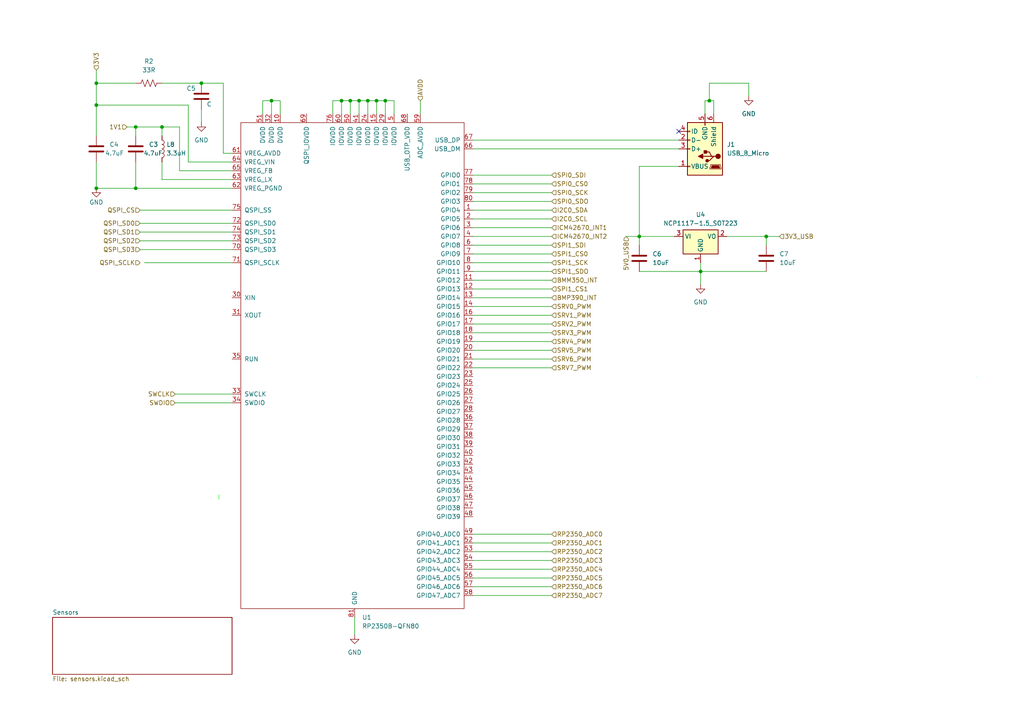
<source format=kicad_sch>
(kicad_sch (version 20250114) (generator "eeschema") (generator_version "9.0")
  (paper "A4")
  (title_block (company "Robert Fudge"))
  (lib_symbols
    (symbol "Connector:USB_B_Micro" (pin_names (offset 1.016))
      (property "Reference" "J" (at -5.08 11.43 0))
      (property "Value" "USB_B_Micro" (at -5.08 8.89 0))
      (symbol "USB_B_Micro_0_1"
        (rectangle (start -5.08 -7.62) (end 5.08 7.62) (stroke (width 0.254)) (fill (type background)))
        (polyline (pts (xy -4.699 5.842) (xy -4.699 5.588) (xy -4.445 4.826) (xy -4.445 4.572) (xy -1.651 4.572) (xy -1.651 4.826) (xy -1.397 5.588) (xy -1.397 5.842) (xy -4.699 5.842)))
        (polyline (pts (xy -4.318 5.588) (xy -1.778 5.588) (xy -2.032 4.826) (xy -4.064 4.826) (xy -4.318 5.588)) (fill (type outline)))
        (circle (center -3.81 2.159) (radius 0.635) (stroke (width 0.254)) (fill (type outline)))
        (polyline (pts (xy -3.175 2.159) (xy -2.54 2.159) (xy -1.27 3.429) (xy -0.635 3.429)) (stroke (width 0.254)))
        (polyline (pts (xy -2.54 2.159) (xy -1.905 2.159) (xy -1.27 0.889) (xy 0 0.889)) (stroke (width 0.254)))
        (polyline (pts (xy -1.905 2.159) (xy 0.635 2.159)) (stroke (width 0.254)))
        (circle (center -0.635 3.429) (radius 0.381) (stroke (width 0.254)) (fill (type outline)))
        (rectangle (start -0.127 -7.62) (end 0.127 -6.858))
        (rectangle (start 0.254 1.27) (end -0.508 0.508) (stroke (width 0.254)) (fill (type outline)))
        (polyline (pts (xy 0.635 2.794) (xy 0.635 1.524) (xy 1.905 2.159) (xy 0.635 2.794)) (stroke (width 0.254)) (fill (type outline)))
        (rectangle (start 5.08 4.953) (end 4.318 5.207))
        (rectangle (start 5.08 -0.127) (end 4.318 0.127))
        (rectangle (start 5.08 -2.667) (end 4.318 -2.413))
        (rectangle (start 5.08 -5.207) (end 4.318 -4.953))
      )
      (symbol "USB_B_Micro_1_1"
        (pin passive line (at -2.54 -10.16 90) (length 2.54) (name "Shield") (number "6"))
        (pin power_out line (at 0 -10.16 90) (length 2.54) (name "GND") (number "5"))
        (pin power_out line (at 7.62 5.08 180) (length 2.54) (name "VBUS") (number "1"))
        (pin bidirectional line (at 7.62 0 180) (length 2.54) (name "D+") (number "3"))
        (pin bidirectional line (at 7.62 -2.54 180) (length 2.54) (name "D-") (number "2"))
        (pin passive line (at 7.62 -5.08 180) (length 2.54) (name "ID") (number "4"))
      )
    )
    (symbol "Device:C" (pin_numbers (hide yes)) (pin_names (offset 0.254))
      (property "Reference" "C" (at 0.635 2.54 0))
      (property "Value" "C" (at 0.635 -2.54 0))
      (symbol "C_0_1"
        (polyline (pts (xy -2.032 0.762) (xy 2.032 0.762)) (stroke (width 0.508)))
        (polyline (pts (xy -2.032 -0.762) (xy 2.032 -0.762)) (stroke (width 0.508)))
      )
      (symbol "C_1_1"
        (pin passive line (at 0 3.81 270) (length 2.794) (name "~") (number "1"))
        (pin passive line (at 0 -3.81 90) (length 2.794) (name "~") (number "2"))
      )
    )
    (symbol "Device:L" (pin_numbers (hide yes)) (pin_names (offset 1.016) (hide yes))
      (property "Reference" "L" (at -1.27 0 90))
      (property "Value" "L" (at 1.905 0 90))
      (symbol "L_0_1"
        (arc (start 0 2.54) (mid 0.6323 1.905) (end 0 1.27))
        (arc (start 0 1.27) (mid 0.6323 0.635) (end 0 0))
        (arc (start 0 0) (mid 0.6323 -0.635) (end 0 -1.27))
        (arc (start 0 -1.27) (mid 0.6323 -1.905) (end 0 -2.54))
      )
      (symbol "L_1_1"
        (pin passive line (at 0 3.81 270) (length 1.27) (name "1") (number "1"))
        (pin passive line (at 0 -3.81 90) (length 1.27) (name "2") (number "2"))
      )
    )
    (symbol "Device:R_US" (pin_numbers (hide yes)) (pin_names (offset 0))
      (property "Reference" "R" (at 2.54 0 90))
      (property "Value" "R_US" (at -2.54 0 90))
      (symbol "R_US_0_1"
        (polyline (pts (xy 0 2.286) (xy 0 2.54)))
        (polyline (pts (xy 0 2.286) (xy 1.016 1.905) (xy 0 1.524) (xy -1.016 1.143) (xy 0 0.762)))
        (polyline (pts (xy 0 0.762) (xy 1.016 0.381) (xy 0 0) (xy -1.016 -0.381) (xy 0 -0.762)))
        (polyline (pts (xy 0 -0.762) (xy 1.016 -1.143) (xy 0 -1.524) (xy -1.016 -1.905) (xy 0 -2.286)))
        (polyline (pts (xy 0 -2.286) (xy 0 -2.54)))
      )
      (symbol "R_US_1_1"
        (pin passive line (at 0 3.81 270) (length 1.27) (name "~") (number "1"))
        (pin passive line (at 0 -3.81 90) (length 1.27) (name "~") (number "2"))
      )
    )
    (symbol "Regulator_Linear:NCP1117-1.5_SOT223"
      (property "Reference" "U" (at -3.81 3.175 0))
      (property "Value" "NCP1117-1.5_SOT223" (at 0 3.175 0))
      (symbol "NCP1117-1.5_SOT223_0_1"
        (rectangle (start -5.08 -5.08) (end 5.08 1.905) (stroke (width 0.254)) (fill (type background)))
      )
      (symbol "NCP1117-1.5_SOT223_1_1"
        (pin power_in line (at -7.62 0 0) (length 2.54) (name "VI") (number "3"))
        (pin power_in line (at 0 -7.62 90) (length 2.54) (name "GND") (number "1"))
        (pin power_out line (at 7.62 0 180) (length 2.54) (name "VO") (number "2"))
      )
    )
    (symbol "power:GND" (power) (pin_numbers (hide yes)) (pin_names (offset 0) (hide yes))
      (property "Value" "GND" (at 0 -3.81 0))
      (symbol "GND_0_1"
        (polyline (pts (xy 0 0) (xy 0 -1.27) (xy 1.27 -1.27) (xy 0 -2.54) (xy -1.27 -1.27) (xy 0 -1.27)))
      )
      (symbol "GND_1_1"
        (pin power_in line (at 0 0 270) (length 0) (name "~") (number "1"))
      )
    )
    (symbol "rp2350b-qfn80:RP2350B-QFN80" (pin_names (offset 1.016))
      (property "Reference" "U" (at 0 -1.27 0))
      (property "Value" "RP2350B-QFN80" (at 0 1.27 0))
      (symbol "RP2350B-QFN80_0_1"
        (rectangle (start 31.75 66.04) (end -33.02 -74.93))
      )
      (symbol "RP2350B-QFN80_1_0"
        (pin passive line (at 0 -77.47 90) (length 2.54) (name "GND") (number "81"))
      )
      (symbol "RP2350B-QFN80_1_1"
        (pin power_in line (at -35.56 57.15 0) (length 2.54) (name "VREG_AVDD") (number "61"))
        (pin power_in line (at -35.56 54.61 0) (length 2.54) (name "VREG_VIN") (number "64"))
        (pin power_in line (at -35.56 52.07 0) (length 2.54) (name "VREG_FB") (number "65"))
        (pin power_out line (at -35.56 49.53 0) (length 2.54) (name "VREG_LX") (number "63"))
        (pin passive line (at -35.56 46.99 0) (length 2.54) (name "VREG_PGND") (number "62"))
        (pin bidirectional line (at -35.56 40.64 0) (length 2.54) (name "QSPI_SS") (number "75"))
        (pin bidirectional line (at -35.56 36.83 0) (length 2.54) (name "QSPI_SD0") (number "72"))
        (pin bidirectional line (at -35.56 34.29 0) (length 2.54) (name "QSPI_SD1") (number "74"))
        (pin bidirectional line (at -35.56 31.75 0) (length 2.54) (name "QSPI_SD2") (number "73"))
        (pin bidirectional line (at -35.56 29.21 0) (length 2.54) (name "QSPI_SD3") (number "70"))
        (pin bidirectional line (at -35.56 25.4 0) (length 2.54) (name "QSPI_SCLK") (number "71"))
        (pin input line (at -35.56 15.24 0) (length 2.54) (name "XIN") (number "30"))
        (pin output line (at -35.56 10.16 0) (length 2.54) (name "XOUT") (number "31"))
        (pin input line (at -35.56 -2.54 0) (length 2.54) (name "RUN") (number "35"))
        (pin bidirectional line (at -35.56 -12.7 0) (length 2.54) (name "SWCLK") (number "33"))
        (pin bidirectional line (at -35.56 -15.24 0) (length 2.54) (name "SWDIO") (number "34"))
        (pin power_in line (at -26.67 68.58 270) (length 2.54) (name "DVDD") (number "51"))
        (pin power_in line (at -24.13 68.58 270) (length 2.54) (name "DVDD") (number "32"))
        (pin power_in line (at -21.59 68.58 270) (length 2.54) (name "DVDD") (number "10"))
        (pin bidirectional line (at -13.97 68.58 270) (length 2.54) (name "QSPI_IOVDD") (number "69"))
        (pin power_in line (at -6.35 68.58 270) (length 2.54) (name "IOVDD") (number "76"))
        (pin power_in line (at -3.81 68.58 270) (length 2.54) (name "IOVDD") (number "60"))
        (pin power_in line (at -1.27 68.58 270) (length 2.54) (name "IOVDD") (number "50"))
        (pin power_in line (at 1.27 68.58 270) (length 2.54) (name "IOVDD") (number "41"))
        (pin power_in line (at 3.81 68.58 270) (length 2.54) (name "IOVDD") (number "24"))
        (pin power_in line (at 6.35 68.58 270) (length 2.54) (name "IOVDD") (number "15"))
        (pin power_in line (at 8.89 68.58 270) (length 2.54) (name "IOVDD") (number "29"))
        (pin power_in line (at 11.43 68.58 270) (length 2.54) (name "IOVDD") (number "5"))
        (pin power_in line (at 15.24 68.58 270) (length 2.54) (name "USB_OTP_VDD") (number "68"))
        (pin power_in line (at 19.05 68.58 270) (length 2.54) (name "ADC_AVDD") (number "59"))
        (pin bidirectional line (at 34.29 60.96 180) (length 2.54) (name "USB_DP") (number "67"))
        (pin bidirectional line (at 34.29 58.42 180) (length 2.54) (name "USB_DM") (number "66"))
        (pin bidirectional line (at 34.29 50.8 180) (length 2.54) (name "GPIO0") (number "77"))
        (pin bidirectional line (at 34.29 48.26 180) (length 2.54) (name "GPIO1") (number "78"))
        (pin bidirectional line (at 34.29 45.72 180) (length 2.54) (name "GPIO2") (number "79"))
        (pin bidirectional line (at 34.29 43.18 180) (length 2.54) (name "GPIO3") (number "80"))
        (pin bidirectional line (at 34.29 40.64 180) (length 2.54) (name "GPIO4") (number "1"))
        (pin bidirectional line (at 34.29 38.1 180) (length 2.54) (name "GPIO5") (number "2"))
        (pin bidirectional line (at 34.29 35.56 180) (length 2.54) (name "GPIO6") (number "3"))
        (pin bidirectional line (at 34.29 33.02 180) (length 2.54) (name "GPIO7") (number "4"))
        (pin bidirectional line (at 34.29 30.48 180) (length 2.54) (name "GPIO8") (number "6"))
        (pin bidirectional line (at 34.29 27.94 180) (length 2.54) (name "GPIO9") (number "7"))
        (pin bidirectional line (at 34.29 25.4 180) (length 2.54) (name "GPIO10") (number "8"))
        (pin bidirectional line (at 34.29 22.86 180) (length 2.54) (name "GPIO11") (number "9"))
        (pin bidirectional line (at 34.29 20.32 180) (length 2.54) (name "GPIO12") (number "11"))
        (pin bidirectional line (at 34.29 17.78 180) (length 2.54) (name "GPIO13") (number "12"))
        (pin bidirectional line (at 34.29 15.24 180) (length 2.54) (name "GPIO14") (number "13"))
        (pin bidirectional line (at 34.29 12.7 180) (length 2.54) (name "GPIO15") (number "14"))
        (pin bidirectional line (at 34.29 10.16 180) (length 2.54) (name "GPIO16") (number "16"))
        (pin bidirectional line (at 34.29 7.62 180) (length 2.54) (name "GPIO17") (number "17"))
        (pin bidirectional line (at 34.29 5.08 180) (length 2.54) (name "GPIO18") (number "18"))
        (pin bidirectional line (at 34.29 2.54 180) (length 2.54) (name "GPIO19") (number "19"))
        (pin bidirectional line (at 34.29 0 180) (length 2.54) (name "GPIO20") (number "20"))
        (pin bidirectional line (at 34.29 -2.54 180) (length 2.54) (name "GPIO21") (number "21"))
        (pin bidirectional line (at 34.29 -5.08 180) (length 2.54) (name "GPIO22") (number "22"))
        (pin bidirectional line (at 34.29 -7.62 180) (length 2.54) (name "GPIO23") (number "23"))
        (pin bidirectional line (at 34.29 -10.16 180) (length 2.54) (name "GPIO24") (number "25"))
        (pin bidirectional line (at 34.29 -12.7 180) (length 2.54) (name "GPIO25") (number "26"))
        (pin bidirectional line (at 34.29 -15.24 180) (length 2.54) (name "GPIO26") (number "27"))
        (pin bidirectional line (at 34.29 -17.78 180) (length 2.54) (name "GPIO27") (number "28"))
        (pin bidirectional line (at 34.29 -20.32 180) (length 2.54) (name "GPIO28") (number "36"))
        (pin bidirectional line (at 34.29 -22.86 180) (length 2.54) (name "GPIO29") (number "37"))
        (pin bidirectional line (at 34.29 -25.4 180) (length 2.54) (name "GPIO30") (number "38"))
        (pin bidirectional line (at 34.29 -27.94 180) (length 2.54) (name "GPIO31") (number "39"))
        (pin bidirectional line (at 34.29 -30.48 180) (length 2.54) (name "GPIO32") (number "40"))
        (pin bidirectional line (at 34.29 -33.02 180) (length 2.54) (name "GPIO33") (number "42"))
        (pin bidirectional line (at 34.29 -35.56 180) (length 2.54) (name "GPIO34") (number "43"))
        (pin bidirectional line (at 34.29 -38.1 180) (length 2.54) (name "GPIO35") (number "44"))
        (pin bidirectional line (at 34.29 -40.64 180) (length 2.54) (name "GPIO36") (number "45"))
        (pin bidirectional line (at 34.29 -43.18 180) (length 2.54) (name "GPIO37") (number "46"))
        (pin bidirectional line (at 34.29 -45.72 180) (length 2.54) (name "GPIO38") (number "47"))
        (pin bidirectional line (at 34.29 -48.26 180) (length 2.54) (name "GPIO39") (number "48"))
        (pin bidirectional line (at 34.29 -53.34 180) (length 2.54) (name "GPIO40_ADC0") (number "49"))
        (pin bidirectional line (at 34.29 -55.88 180) (length 2.54) (name "GPIO41_ADC1") (number "52"))
        (pin bidirectional line (at 34.29 -58.42 180) (length 2.54) (name "GPIO42_ADC2") (number "53"))
        (pin bidirectional line (at 34.29 -60.96 180) (length 2.54) (name "GPIO43_ADC3") (number "54"))
        (pin bidirectional line (at 34.29 -63.5 180) (length 2.54) (name "GPIO44_ADC4") (number "55"))
        (pin bidirectional line (at 34.29 -66.04 180) (length 2.54) (name "GPIO45_ADC5") (number "56"))
        (pin bidirectional line (at 34.29 -68.58 180) (length 2.54) (name "GPIO46_ADC6") (number "57"))
        (pin bidirectional line (at 34.29 -71.12 180) (length 2.54) (name "GPIO47_ADC7") (number "58"))
      )
    )
  )
  (junction (at 111.76 29.21))
  (junction (at 27.94 30.48))
  (junction (at 39.37 54.61))
  (junction (at 185.42 68.58))
  (junction (at 104.14 29.21))
  (junction (at 39.37 36.83))
  (junction (at 27.94 54.61))
  (junction (at 101.6 29.21))
  (junction (at 106.68 29.21))
  (junction (at 205.74 29.21))
  (junction (at 58.42 24.13))
  (junction (at 78.74 29.21))
  (junction (at 27.94 24.13))
  (junction (at 222.25 68.58))
  (junction (at 46.99 36.83))
  (junction (at 109.22 29.21))
  (junction (at 99.06 29.21))
  (junction (at 203.2 78.74))
  (no_connect (at 196.85 38.1))
  (wire (pts (xy 101.6 29.21) (xy 104.14 29.21)))
  (wire (pts (xy 109.22 29.21) (xy 109.22 33.02)))
  (wire (pts (xy 64.77 24.13) (xy 64.77 44.45)))
  (wire (pts (xy 39.37 36.83) (xy 39.37 39.37)))
  (wire (pts (xy 102.87 179.07) (xy 102.87 184.15)))
  (wire (pts (xy 204.47 29.21) (xy 205.74 29.21)))
  (wire (pts (xy 185.42 78.74) (xy 203.2 78.74)))
  (wire (pts (xy 137.16 170.18) (xy 160.02 170.18)))
  (wire (pts (xy 137.16 167.64) (xy 160.02 167.64)))
  (wire (pts (xy 40.64 69.85) (xy 67.31 69.85)))
  (wire (pts (xy 76.2 33.02) (xy 76.2 29.21)))
  (wire (pts (xy 50.8 114.3) (xy 67.31 114.3)))
  (wire (pts (xy 54.61 46.99) (xy 54.61 30.48)))
  (wire (pts (xy 137.16 172.72) (xy 160.02 172.72)))
  (wire (pts (xy 137.16 106.68) (xy 160.02 106.68)))
  (wire (pts (xy 58.42 24.13) (xy 64.77 24.13)))
  (wire (pts (xy 137.16 101.6) (xy 160.02 101.6)))
  (wire (pts (xy 109.22 29.21) (xy 111.76 29.21)))
  (wire (pts (xy 67.31 49.53) (xy 52.07 49.53)))
  (wire (pts (xy 137.16 88.9) (xy 160.02 88.9)))
  (wire (pts (xy 204.47 29.21) (xy 204.47 33.02)))
  (wire (pts (xy 185.42 71.12) (xy 185.42 68.58)))
  (wire (pts (xy 222.25 68.58) (xy 222.25 71.12)))
  (wire (pts (xy 137.16 53.34) (xy 160.02 53.34)))
  (wire (pts (xy 46.99 52.07) (xy 46.99 46.99)))
  (wire (pts (xy 137.16 71.12) (xy 160.02 71.12)))
  (wire (pts (xy 41.91 76.2) (xy 67.31 76.2)))
  (wire (pts (xy 137.16 104.14) (xy 160.02 104.14)))
  (polyline (pts (xy 283.21 109.22) (xy 283.21 109.22)) (stroke (width 0) (type dash_dot_dot) (color 0 255 0 1)))
  (wire (pts (xy 99.06 29.21) (xy 101.6 29.21)))
  (wire (pts (xy 104.14 29.21) (xy 104.14 33.02)))
  (wire (pts (xy 76.2 29.21) (xy 78.74 29.21)))
  (wire (pts (xy 78.74 29.21) (xy 78.74 33.02)))
  (wire (pts (xy 137.16 40.64) (xy 196.85 40.64)))
  (wire (pts (xy 185.42 68.58) (xy 185.42 48.26)))
  (wire (pts (xy 27.94 24.13) (xy 27.94 30.48)))
  (wire (pts (xy 205.74 29.21) (xy 207.01 29.21)))
  (wire (pts (xy 46.99 36.83) (xy 39.37 36.83)))
  (wire (pts (xy 96.52 29.21) (xy 99.06 29.21)))
  (wire (pts (xy 101.6 29.21) (xy 101.6 33.02)))
  (wire (pts (xy 137.16 55.88) (xy 160.02 55.88)))
  (wire (pts (xy 121.92 29.21) (xy 121.92 33.02)))
  (wire (pts (xy 111.76 29.21) (xy 111.76 33.02)))
  (wire (pts (xy 27.94 46.99) (xy 27.94 54.61)))
  (wire (pts (xy 106.68 29.21) (xy 106.68 33.02)))
  (wire (pts (xy 205.74 24.13) (xy 217.17 24.13)))
  (wire (pts (xy 205.74 29.21) (xy 205.74 24.13)))
  (wire (pts (xy 36.83 36.83) (xy 39.37 36.83)))
  (wire (pts (xy 137.16 73.66) (xy 160.02 73.66)))
  (wire (pts (xy 99.06 29.21) (xy 99.06 33.02)))
  (wire (pts (xy 137.16 68.58) (xy 160.02 68.58)))
  (wire (pts (xy 81.28 33.02) (xy 81.28 29.21)))
  (wire (pts (xy 67.31 54.61) (xy 39.37 54.61)))
  (wire (pts (xy 52.07 36.83) (xy 52.07 49.53)))
  (wire (pts (xy 137.16 154.94) (xy 160.02 154.94)))
  (wire (pts (xy 207.01 29.21) (xy 207.01 33.02)))
  (wire (pts (xy 27.94 24.13) (xy 39.37 24.13)))
  (wire (pts (xy 40.64 64.77) (xy 67.31 64.77)))
  (wire (pts (xy 137.16 160.02) (xy 160.02 160.02)))
  (wire (pts (xy 137.16 162.56) (xy 160.02 162.56)))
  (wire (pts (xy 46.99 36.83) (xy 52.07 36.83)))
  (wire (pts (xy 114.3 29.21) (xy 114.3 33.02)))
  (wire (pts (xy 137.16 99.06) (xy 160.02 99.06)))
  (wire (pts (xy 203.2 78.74) (xy 203.2 82.55)))
  (wire (pts (xy 137.16 63.5) (xy 160.02 63.5)))
  (wire (pts (xy 137.16 83.82) (xy 160.02 83.82)))
  (wire (pts (xy 27.94 54.61) (xy 39.37 54.61)))
  (wire (pts (xy 27.94 30.48) (xy 54.61 30.48)))
  (wire (pts (xy 181.61 68.58) (xy 185.42 68.58)))
  (wire (pts (xy 106.68 29.21) (xy 109.22 29.21)))
  (wire (pts (xy 40.64 72.39) (xy 67.31 72.39)))
  (wire (pts (xy 67.31 46.99) (xy 54.61 46.99)))
  (wire (pts (xy 137.16 157.48) (xy 160.02 157.48)))
  (wire (pts (xy 203.2 78.74) (xy 222.25 78.74)))
  (wire (pts (xy 222.25 68.58) (xy 226.06 68.58)))
  (wire (pts (xy 137.16 165.1) (xy 160.02 165.1)))
  (wire (pts (xy 137.16 93.98) (xy 160.02 93.98)))
  (wire (pts (xy 40.64 60.96) (xy 67.31 60.96)))
  (wire (pts (xy 137.16 50.8) (xy 160.02 50.8)))
  (wire (pts (xy 46.99 24.13) (xy 58.42 24.13)))
  (wire (pts (xy 137.16 86.36) (xy 160.02 86.36)))
  (wire (pts (xy 39.37 46.99) (xy 39.37 54.61)))
  (wire (pts (xy 40.64 67.31) (xy 67.31 67.31)))
  (wire (pts (xy 137.16 76.2) (xy 160.02 76.2)))
  (wire (pts (xy 50.8 116.84) (xy 67.31 116.84)))
  (wire (pts (xy 137.16 66.04) (xy 160.02 66.04)))
  (wire (pts (xy 137.16 43.18) (xy 196.85 43.18)))
  (wire (pts (xy 185.42 68.58) (xy 195.58 68.58)))
  (wire (pts (xy 137.16 78.74) (xy 160.02 78.74)))
  (wire (pts (xy 203.2 76.2) (xy 203.2 78.74)))
  (wire (pts (xy 137.16 96.52) (xy 160.02 96.52)))
  (wire (pts (xy 27.94 20.32) (xy 27.94 24.13)))
  (wire (pts (xy 58.42 31.75) (xy 58.42 35.56)))
  (wire (pts (xy 137.16 60.96) (xy 160.02 60.96)))
  (wire (pts (xy 27.94 30.48) (xy 27.94 39.37)))
  (wire (pts (xy 111.76 29.21) (xy 114.3 29.21)))
  (wire (pts (xy 185.42 48.26) (xy 196.85 48.26)))
  (wire (pts (xy 137.16 81.28) (xy 160.02 81.28)))
  (wire (pts (xy 64.77 44.45) (xy 67.31 44.45)))
  (wire (pts (xy 217.17 24.13) (xy 217.17 27.94)))
  (wire (pts (xy 137.16 58.42) (xy 160.02 58.42)))
  (wire (pts (xy 81.28 29.21) (xy 78.74 29.21)))
  (wire (pts (xy 96.52 33.02) (xy 96.52 29.21)))
  (polyline (pts (xy 63.5 143.51) (xy 63.5 144.78)) (stroke (width 0) (type dash_dot_dot) (color 0 255 0 1)))
  (wire (pts (xy 210.82 68.58) (xy 222.25 68.58)))
  (wire (pts (xy 137.16 91.44) (xy 160.02 91.44)))
  (wire (pts (xy 46.99 39.37) (xy 46.99 36.83)))
  (wire (pts (xy 67.31 52.07) (xy 46.99 52.07)))
  (wire (pts (xy 104.14 29.21) (xy 106.68 29.21)))
  (hierarchical_label "RP2350_ADC3" (shape input) (at 160.02 162.56 0))
  (hierarchical_label "SPI0_SCK" (shape input) (at 160.02 55.88 0))
  (hierarchical_label "SPI1_SDO" (shape input) (at 160.02 78.74 0))
  (hierarchical_label "SPI1_CS1" (shape input) (at 160.02 83.82 0))
  (hierarchical_label "RP2350_ADC1" (shape input) (at 160.02 157.48 0))
  (hierarchical_label "SWCLK" (shape input) (at 50.8 114.3 180))
  (hierarchical_label "BMM350_INT" (shape input) (at 160.02 81.28 0))
  (hierarchical_label "SRV0_PWM" (shape input) (at 160.02 88.9 0))
  (hierarchical_label "SPI1_SDI" (shape input) (at 160.02 71.12 0))
  (hierarchical_label "SRV7_PWM" (shape input) (at 160.02 106.68 0))
  (hierarchical_label "QSPI_CS" (shape input) (at 40.64 60.96 180))
  (hierarchical_label "AVDD" (shape input) (at 121.92 29.21 90))
  (hierarchical_label "SPI1_SCK" (shape input) (at 160.02 76.2 0))
  (hierarchical_label "QSPI_SD2" (shape input) (at 40.64 69.85 180))
  (hierarchical_label "BMP390_INT" (shape input) (at 160.02 86.36 0))
  (hierarchical_label "RP2350_ADC2" (shape input) (at 160.02 160.02 0))
  (hierarchical_label "QSPI_SD1" (shape input) (at 40.64 67.31 180))
  (hierarchical_label "SRV5_PWM" (shape input) (at 160.02 101.6 0))
  (hierarchical_label "5V0_USB" (shape input) (at 181.61 68.58 270))
  (hierarchical_label "SRV2_PWM" (shape input) (at 160.02 93.98 0))
  (hierarchical_label "SRV4_PWM" (shape input) (at 160.02 99.06 0))
  (hierarchical_label "SPI0_SDO" (shape input) (at 160.02 58.42 0))
  (hierarchical_label "3V3" (shape input) (at 27.94 20.32 90))
  (hierarchical_label "ICM42670_INT1" (shape input) (at 160.02 66.04 0))
  (hierarchical_label "QSPI_SD0" (shape input) (at 40.64 64.77 180))
  (hierarchical_label "RP2350_ADC4" (shape input) (at 160.02 165.1 0))
  (hierarchical_label "RP2350_ADC5" (shape input) (at 160.02 167.64 0))
  (hierarchical_label "SWDIO" (shape input) (at 50.8 116.84 180))
  (hierarchical_label "SPI1_CS0" (shape input) (at 160.02 73.66 0))
  (hierarchical_label "1V1" (shape input) (at 36.83 36.83 180))
  (hierarchical_label "SRV6_PWM" (shape input) (at 160.02 104.14 0))
  (hierarchical_label "SPI0_CS0" (shape input) (at 160.02 53.34 0))
  (hierarchical_label "ICM42670_INT2" (shape input) (at 160.02 68.58 0))
  (hierarchical_label "RP2350_ADC6" (shape input) (at 160.02 170.18 0))
  (hierarchical_label "SRV3_PWM" (shape input) (at 160.02 96.52 0))
  (hierarchical_label "RP2350_ADC7" (shape input) (at 160.02 172.72 0))
  (hierarchical_label "QSPI_SD3" (shape input) (at 40.64 72.39 180))
  (hierarchical_label "I2C0_SDA" (shape input) (at 160.02 60.96 0))
  (hierarchical_label "RP2350_ADC0" (shape input) (at 160.02 154.94 0))
  (hierarchical_label "QSPI_SCLK" (shape input) (at 40.64 76.2 180))
  (hierarchical_label "SPI0_SDI" (shape input) (at 160.02 50.8 0))
  (hierarchical_label "I2C0_SCL" (shape input) (at 160.02 63.5 0))
  (hierarchical_label "SRV1_PWM" (shape input) (at 160.02 91.44 0))
  (hierarchical_label "3V3_USB" (shape input) (at 226.06 68.58 0))
  (symbol (lib_id "Device:C") (at 222.25 74.93 0) (unit 1)
    (property "Reference" "C7" (at 226.06 73.6599 0) (effects (justify left)))
    (property "Value" "10uF" (at 226.06 76.1999 0) (effects (justify left)))
    (property "Footprint" "Capacitor_SMD:C_0201_0603Metric" (effects (hide yes)))
    (property "Description" "Unpolarized capacitor" (effects (hide yes)))
  )
  (symbol (lib_id "Device:L") (at 46.99 43.18 0) (unit 1)
    (property "Reference" "L8" (at 48.26 41.9099 0) (effects (justify left)))
    (property "Value" "3.3uH" (at 48.26 44.4499 0) (effects (justify left)))
    (property "Footprint" "Inductor_SMD:L_0201_0603Metric" (effects (hide yes)))
    (property "Description" "Inductor" (effects (hide yes)))
  )
  (symbol (lib_id "Device:R_US") (at 43.18 24.13 90) (unit 1)
    (property "Reference" "R2" (at 43.18 17.78 90))
    (property "Value" "33R" (at 43.18 20.32 90))
    (property "Footprint" "Resistor_SMD:R_0805_2012Metric_Pad1.20x1.40mm_HandSolder" (effects (hide yes)))
    (property "Description" "Resistor, US symbol" (effects (hide yes)))
  )
  (symbol (lib_id "Device:C") (at 27.94 43.18 0) (unit 1)
    (property "Reference" "C4" (at 31.75 41.9099 0) (effects (justify left)))
    (property "Value" "4.7uF" (at 30.48 44.45 0) (effects (justify left)))
    (property "Footprint" "Capacitor_SMD:C_01005_0402Metric" (effects (hide yes)))
    (property "Description" "Unpolarized capacitor" (effects (hide yes)))
  )
  (symbol (lib_id "Device:C") (at 39.37 43.18 0) (unit 1)
    (property "Reference" "C3" (at 43.18 41.9099 0) (effects (justify left)))
    (property "Value" "4.7uF" (at 41.656 44.45 0) (effects (justify left)))
    (property "Footprint" "Capacitor_SMD:C_01005_0402Metric" (effects (hide yes)))
    (property "Description" "Unpolarized capacitor" (effects (hide yes)))
  )
  (symbol (lib_id "power:GND") (at 217.17 27.94 0) (unit 1)
    (property "Reference" "#PWR05" (effects (hide yes)))
    (property "Value" "GND" (at 217.17 33.02 0))
    (property "Description" "Power symbol creates a global label with name \"GND\" , ground" (effects (hide yes)))
  )
  (symbol (lib_id "power:GND") (at 203.2 82.55 0) (unit 1)
    (property "Reference" "#PWR06" (effects (hide yes)))
    (property "Value" "GND" (at 203.2 87.63 0))
    (property "Description" "Power symbol creates a global label with name \"GND\" , ground" (effects (hide yes)))
  )
  (symbol (lib_id "power:GND") (at 58.42 35.56 0) (unit 1)
    (property "Reference" "#PWR03" (effects (hide yes)))
    (property "Value" "GND" (at 58.42 40.64 0))
    (property "Description" "Power symbol creates a global label with name \"GND\" , ground" (effects (hide yes)))
  )
  (symbol (lib_id "Regulator_Linear:NCP1117-1.5_SOT223") (at 203.2 68.58 0) (unit 1)
    (property "Reference" "U4" (at 203.2 62.23 0))
    (property "Value" "NCP1117-1.5_SOT223" (at 203.2 64.77 0))
    (property "Footprint" "Package_TO_SOT_SMD:SOT-223-3_TabPin2" (effects (hide yes)))
    (property "Datasheet" "http://www.onsemi.com/pub_link/Collateral/NCP1117-D.PDF" (effects (hide yes)))
    (property "Description" "1A Low drop-out regulator, Fixed Output 1.5V, SOT-223" (effects (hide yes)))
  )
  (symbol (lib_id "power:GND") (at 27.94 54.61 0) (unit 1)
    (property "Reference" "#PWR04" (effects (hide yes)))
    (property "Value" "GND" (at 27.94 58.674 0))
    (property "Description" "Power symbol creates a global label with name \"GND\" , ground" (effects (hide yes)))
  )
  (symbol (lib_id "Connector:USB_B_Micro") (at 204.47 43.18 180) (unit 1)
    (property "Reference" "J1" (at 210.82 41.9099 0) (effects (justify right)))
    (property "Value" "USB_B_Micro" (at 210.82 44.4499 0) (effects (justify right)))
    (property "Footprint" "Connector_USB:USB_B_OST_USB-B1HSxx_Horizontal" (effects (hide yes)))
    (property "Description" "USB Micro Type B connector" (effects (hide yes)))
  )
  (symbol (lib_id "rp2350b-qfn80:RP2350B-QFN80") (at 102.87 101.6 0) (unit 1)
    (property "Reference" "U1" (at 105.0133 179.07 0) (effects (justify left)))
    (property "Value" "RP2350B-QFN80" (at 105.0133 181.61 0) (effects (justify left)))
    (property "Footprint" "RP2350:RP2350B_QFN-80_EP_10.573x10.573_Pitch0.4mm" (effects (hide yes)))
  )
  (symbol (lib_id "Device:C") (at 58.42 27.94 0) (unit 1)
    (property "Reference" "C5" (at 54.102 25.654 0) (effects (justify left)))
    (property "Value" "C" (at 59.944 30.226 0) (effects (justify left)))
    (property "Footprint" "Capacitor_SMD:C_01005_0402Metric" (effects (hide yes)))
    (property "Description" "Unpolarized capacitor" (effects (hide yes)))
  )
  (symbol (lib_id "power:GND") (at 102.87 184.15 0) (unit 1)
    (property "Reference" "#PWR013" (effects (hide yes)))
    (property "Value" "GND" (at 102.87 189.23 0))
    (property "Description" "Power symbol creates a global label with name \"GND\" , ground" (effects (hide yes)))
  )
  (symbol (lib_id "Device:C") (at 185.42 74.93 0) (unit 1)
    (property "Reference" "C6" (at 189.23 73.6599 0) (effects (justify left)))
    (property "Value" "10uF" (at 189.23 76.1999 0) (effects (justify left)))
    (property "Footprint" "Capacitor_SMD:C_0201_0603Metric" (effects (hide yes)))
    (property "Description" "Unpolarized capacitor" (effects (hide yes)))
  )
  (sheet (at 15.24 179.07) (size 52.07 16.51) (stroke (width 0.1524))
    (property "Sheetname" "Sensors" (at 15.24 178.3584 0) (effects (justify left bottom)))
    (property "Sheetfile" "sensors.kicad_sch" (at 15.24 196.1646 0) (effects (justify left top)))
  )
)
</source>
